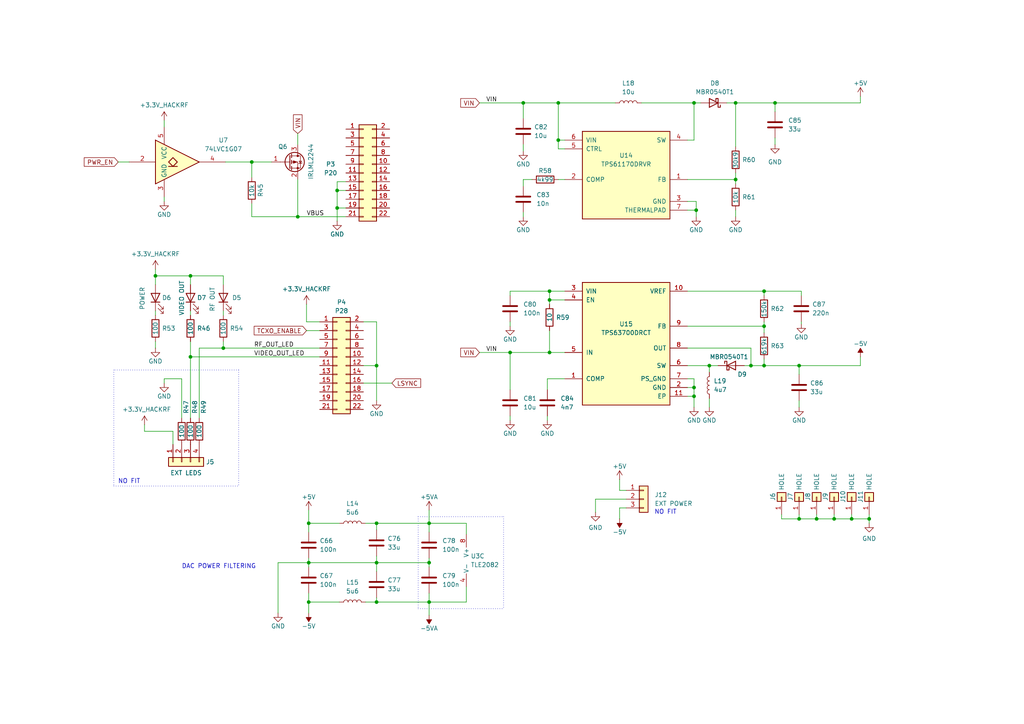
<source format=kicad_sch>
(kicad_sch (version 20231120) (generator "eeschema") (generator_version "8.0")
  (paper "A4")
  (title_block (title "${TITLE}") (date "${DATE}") (rev "${VERSION}") (company "${COPYRIGHT}") (comment 1 "${LICENSE}") (comment 2 "POWER SUPPLY"))
  (lib_symbols
    (symbol "+3.3v_hackrf:+3.3V_HACKRF" (power) (pin_names (offset 0))
      (property "Value" "+3.3V_HACKRF" (at 0 5.08 0))
      (symbol "+3.3V_HACKRF_0_1"
        (polyline (pts (xy -0.762 1.27) (xy 0 2.54)))
        (polyline (pts (xy 0 0) (xy 0 2.54)))
        (polyline (pts (xy 0 2.54) (xy 0.762 1.27)))
      )
      (symbol "+3.3V_HACKRF_1_0"
        (pin power_in line (at 0 0 90) (length 0) hide (name "+3.3V_HACKRF") (number "1"))
      )
    )
    (symbol "+5V_1" (power) (pin_numbers hide) (pin_names (offset 0) hide)
      (property "Value" "+5V" (at 0 3.556 0))
      (symbol "+5V_1_0_1"
        (polyline (pts (xy -0.762 1.27) (xy 0 2.54)))
        (polyline (pts (xy 0 0) (xy 0 2.54)))
        (polyline (pts (xy 0 2.54) (xy 0.762 1.27)))
      )
      (symbol "+5V_1_1_1"
        (pin power_in line (at 0 0 90) (length 0) (name "~") (number "1"))
      )
    )
    (symbol "-5V_1" (power) (pin_numbers hide) (pin_names (offset 0) hide)
      (property "Value" "-5V" (at 0 3.556 0))
      (symbol "-5V_1_0_0"
        (pin power_in line (at 0 0 90) (length 0) (name "~") (number "1"))
      )
      (symbol "-5V_1_0_1"
        (polyline (pts (xy 0 0) (xy 0 1.27) (xy 0.762 1.27) (xy 0 2.54) (xy -0.762 1.27) (xy 0 1.27)) (fill (type outline)))
      )
    )
    (symbol "74xGxx:74LVC1G07"
      (property "Reference" "U7" (at 12.065 6.3186 0))
      (property "Value" "74LVC1G07" (at 12.065 3.7786 0))
      (symbol "74LVC1G07_0_1"
        (polyline (pts (xy -3.81 -1.27) (xy -1.27 -1.27)) (stroke (width 0.254)) (fill (type background)))
        (polyline (pts (xy -7.62 6.35) (xy -7.62 -6.35) (xy 5.08 0) (xy -7.62 6.35)) (stroke (width 0.254)) (fill (type background)))
        (polyline (pts (xy -2.54 1.27) (xy -3.81 0) (xy -2.54 -1.27) (xy -1.27 0) (xy -2.54 1.27)) (stroke (width 0.254)) (fill (type background)))
      )
      (symbol "74LVC1G07_1_1"
        (pin input line (at -15.24 0 0) (length 7.62) (name "~") (number "2"))
        (pin power_in line (at -5.08 -10.16 90) (length 5.08) (name "GND") (number "3"))
        (pin open_collector line (at 12.7 0 180) (length 7.62) (name "~") (number "4"))
        (pin power_in line (at -5.08 10.16 270) (length 5.08) (name "VCC") (number "5"))
      )
    )
    (symbol "Amplifier_Operational:AD8620" (pin_names (offset 0.127))
      (property "Reference" "U" (at 0 5.08 0))
      (property "Value" "AD8620" (at 0 -5.08 0))
      (symbol "AD8620_1_1"
        (polyline (pts (xy -5.08 5.08) (xy 5.08 0) (xy -5.08 -5.08) (xy -5.08 5.08)) (stroke (width 0.254)) (fill (type background)))
        (pin output line (at 7.62 0 180) (length 2.54) (name "~") (number "1"))
        (pin input line (at -7.62 -2.54 0) (length 2.54) (name "-") (number "2"))
        (pin input line (at -7.62 2.54 0) (length 2.54) (name "+") (number "3"))
      )
      (symbol "AD8620_2_1"
        (polyline (pts (xy -5.08 5.08) (xy 5.08 0) (xy -5.08 -5.08) (xy -5.08 5.08)) (stroke (width 0.254)) (fill (type background)))
        (pin input line (at -7.62 2.54 0) (length 2.54) (name "+") (number "5"))
        (pin input line (at -7.62 -2.54 0) (length 2.54) (name "-") (number "6"))
        (pin output line (at 7.62 0 180) (length 2.54) (name "~") (number "7"))
      )
      (symbol "AD8620_3_1"
        (pin power_in line (at -2.54 -7.62 90) (length 3.81) (name "V-") (number "4"))
        (pin power_in line (at -2.54 7.62 270) (length 3.81) (name "V+") (number "8"))
      )
    )
    (symbol "Connector_Generic:Conn_01x01" (pin_names (offset 1.016) hide)
      (property "Reference" "J" (at 0 2.54 0))
      (property "Value" "Conn_01x01" (at 0 -2.54 0))
      (symbol "Conn_01x01_1_1"
        (rectangle (start -1.27 0.127) (end 0 -0.127) (stroke (width 0.1524)))
        (rectangle (start -1.27 1.27) (end 1.27 -1.27) (stroke (width 0.254)) (fill (type background)))
        (pin passive line (at -5.08 0 0) (length 3.81) (name "Pin_1") (number "1"))
      )
    )
    (symbol "Connector_Generic:Conn_01x03" (pin_names (offset 1.016) hide)
      (property "Reference" "J" (at 0 5.08 0))
      (property "Value" "Conn_01x03" (at 0 -5.08 0))
      (symbol "Conn_01x03_1_1"
        (rectangle (start -1.27 -2.413) (end 0 -2.667) (stroke (width 0.1524)))
        (rectangle (start -1.27 0.127) (end 0 -0.127) (stroke (width 0.1524)))
        (rectangle (start -1.27 2.667) (end 0 2.413) (stroke (width 0.1524)))
        (rectangle (start -1.27 3.81) (end 1.27 -3.81) (stroke (width 0.254)) (fill (type background)))
        (pin passive line (at -5.08 2.54 0) (length 3.81) (name "Pin_1") (number "1"))
        (pin passive line (at -5.08 0 0) (length 3.81) (name "Pin_2") (number "2"))
        (pin passive line (at -5.08 -2.54 0) (length 3.81) (name "Pin_3") (number "3"))
      )
    )
    (symbol "Connector_Generic:Conn_01x04" (pin_names (offset 1.016) hide)
      (property "Reference" "J" (at 0 5.08 0))
      (property "Value" "Conn_01x04" (at 0 -7.62 0))
      (symbol "Conn_01x04_1_1"
        (rectangle (start -1.27 -4.953) (end 0 -5.207) (stroke (width 0.1524)))
        (rectangle (start -1.27 -2.413) (end 0 -2.667) (stroke (width 0.1524)))
        (rectangle (start -1.27 0.127) (end 0 -0.127) (stroke (width 0.1524)))
        (rectangle (start -1.27 2.667) (end 0 2.413) (stroke (width 0.1524)))
        (rectangle (start -1.27 3.81) (end 1.27 -6.35) (stroke (width 0.254)) (fill (type background)))
        (pin passive line (at -5.08 2.54 0) (length 3.81) (name "Pin_1") (number "1"))
        (pin passive line (at -5.08 0 0) (length 3.81) (name "Pin_2") (number "2"))
        (pin passive line (at -5.08 -2.54 0) (length 3.81) (name "Pin_3") (number "3"))
        (pin passive line (at -5.08 -5.08 0) (length 3.81) (name "Pin_4") (number "4"))
      )
    )
    (symbol "Connector_Generic:Conn_02x11_Odd_Even" (pin_names (offset 1.016) hide)
      (property "Reference" "J" (at 1.27 15.24 0))
      (property "Value" "Conn_02x11_Odd_Even" (at 1.27 -15.24 0))
      (symbol "Conn_02x11_Odd_Even_1_1"
        (rectangle (start -1.27 -12.573) (end 0 -12.827) (stroke (width 0.1524)))
        (rectangle (start -1.27 -10.033) (end 0 -10.287) (stroke (width 0.1524)))
        (rectangle (start -1.27 -7.493) (end 0 -7.747) (stroke (width 0.1524)))
        (rectangle (start -1.27 -4.953) (end 0 -5.207) (stroke (width 0.1524)))
        (rectangle (start -1.27 -2.413) (end 0 -2.667) (stroke (width 0.1524)))
        (rectangle (start -1.27 0.127) (end 0 -0.127) (stroke (width 0.1524)))
        (rectangle (start -1.27 2.667) (end 0 2.413) (stroke (width 0.1524)))
        (rectangle (start -1.27 5.207) (end 0 4.953) (stroke (width 0.1524)))
        (rectangle (start -1.27 7.747) (end 0 7.493) (stroke (width 0.1524)))
        (rectangle (start -1.27 10.287) (end 0 10.033) (stroke (width 0.1524)))
        (rectangle (start -1.27 12.827) (end 0 12.573) (stroke (width 0.1524)))
        (rectangle (start -1.27 13.97) (end 3.81 -13.97) (stroke (width 0.254)) (fill (type background)))
        (rectangle (start 3.81 -12.573) (end 2.54 -12.827) (stroke (width 0.1524)))
        (rectangle (start 3.81 -10.033) (end 2.54 -10.287) (stroke (width 0.1524)))
        (rectangle (start 3.81 -7.493) (end 2.54 -7.747) (stroke (width 0.1524)))
        (rectangle (start 3.81 -4.953) (end 2.54 -5.207) (stroke (width 0.1524)))
        (rectangle (start 3.81 -2.413) (end 2.54 -2.667) (stroke (width 0.1524)))
        (rectangle (start 3.81 0.127) (end 2.54 -0.127) (stroke (width 0.1524)))
        (rectangle (start 3.81 2.667) (end 2.54 2.413) (stroke (width 0.1524)))
        (rectangle (start 3.81 5.207) (end 2.54 4.953) (stroke (width 0.1524)))
        (rectangle (start 3.81 7.747) (end 2.54 7.493) (stroke (width 0.1524)))
        (rectangle (start 3.81 10.287) (end 2.54 10.033) (stroke (width 0.1524)))
        (rectangle (start 3.81 12.827) (end 2.54 12.573) (stroke (width 0.1524)))
        (pin passive line (at -5.08 12.7 0) (length 3.81) (name "Pin_1") (number "1"))
        (pin passive line (at 7.62 2.54 180) (length 3.81) (name "Pin_10") (number "10"))
        (pin passive line (at -5.08 0 0) (length 3.81) (name "Pin_11") (number "11"))
        (pin passive line (at 7.62 0 180) (length 3.81) (name "Pin_12") (number "12"))
        (pin passive line (at -5.08 -2.54 0) (length 3.81) (name "Pin_13") (number "13"))
        (pin passive line (at 7.62 -2.54 180) (length 3.81) (name "Pin_14") (number "14"))
        (pin passive line (at -5.08 -5.08 0) (length 3.81) (name "Pin_15") (number "15"))
        (pin passive line (at 7.62 -5.08 180) (length 3.81) (name "Pin_16") (number "16"))
        (pin passive line (at -5.08 -7.62 0) (length 3.81) (name "Pin_17") (number "17"))
        (pin passive line (at 7.62 -7.62 180) (length 3.81) (name "Pin_18") (number "18"))
        (pin passive line (at -5.08 -10.16 0) (length 3.81) (name "Pin_19") (number "19"))
        (pin passive line (at 7.62 12.7 180) (length 3.81) (name "Pin_2") (number "2"))
        (pin passive line (at 7.62 -10.16 180) (length 3.81) (name "Pin_20") (number "20"))
        (pin passive line (at -5.08 -12.7 0) (length 3.81) (name "Pin_21") (number "21"))
        (pin passive line (at 7.62 -12.7 180) (length 3.81) (name "Pin_22") (number "22"))
        (pin passive line (at -5.08 10.16 0) (length 3.81) (name "Pin_3") (number "3"))
        (pin passive line (at 7.62 10.16 180) (length 3.81) (name "Pin_4") (number "4"))
        (pin passive line (at -5.08 7.62 0) (length 3.81) (name "Pin_5") (number "5"))
        (pin passive line (at 7.62 7.62 180) (length 3.81) (name "Pin_6") (number "6"))
        (pin passive line (at -5.08 5.08 0) (length 3.81) (name "Pin_7") (number "7"))
        (pin passive line (at 7.62 5.08 180) (length 3.81) (name "Pin_8") (number "8"))
        (pin passive line (at -5.08 2.54 0) (length 3.81) (name "Pin_9") (number "9"))
      )
    )
    (symbol "Device:C" (pin_numbers hide) (pin_names (offset 0.254))
      (property "Reference" "C" (at 0.635 2.54 0))
      (property "Value" "C" (at 0.635 -2.54 0))
      (symbol "C_0_1"
        (polyline (pts (xy -2.032 -0.762) (xy 2.032 -0.762)) (stroke (width 0.508)))
        (polyline (pts (xy -2.032 0.762) (xy 2.032 0.762)) (stroke (width 0.508)))
      )
      (symbol "C_1_1"
        (pin passive line (at 0 3.81 270) (length 2.794) (name "~") (number "1"))
        (pin passive line (at 0 -3.81 90) (length 2.794) (name "~") (number "2"))
      )
    )
    (symbol "Device:D_Schottky" (pin_numbers hide) (pin_names (offset 1.016) hide)
      (property "Reference" "D" (at 0 2.54 0))
      (property "Value" "D_Schottky" (at 0 -2.54 0))
      (symbol "D_Schottky_0_1"
        (polyline (pts (xy 1.27 0) (xy -1.27 0)))
        (polyline (pts (xy 1.27 1.27) (xy 1.27 -1.27) (xy -1.27 0) (xy 1.27 1.27)) (stroke (width 0.254)))
        (polyline (pts (xy -1.905 0.635) (xy -1.905 1.27) (xy -1.27 1.27) (xy -1.27 -1.27) (xy -0.635 -1.27) (xy -0.635 -0.635)) (stroke (width 0.254)))
      )
      (symbol "D_Schottky_1_1"
        (pin passive line (at -3.81 0 0) (length 2.54) (name "K") (number "1"))
        (pin passive line (at 3.81 0 180) (length 2.54) (name "A") (number "2"))
      )
    )
    (symbol "Device:L" (pin_numbers hide) (pin_names (offset 1.016) hide)
      (property "Reference" "L" (at -1.27 0 90))
      (property "Value" "L" (at 1.905 0 90))
      (symbol "L_0_1"
        (arc (start 0 -2.54) (mid 0.6323 -1.905) (end 0 -1.27))
        (arc (start 0 -1.27) (mid 0.6323 -0.635) (end 0 0))
        (arc (start 0 0) (mid 0.6323 0.635) (end 0 1.27))
        (arc (start 0 1.27) (mid 0.6323 1.905) (end 0 2.54))
      )
      (symbol "L_1_1"
        (pin passive line (at 0 3.81 270) (length 1.27) (name "1") (number "1"))
        (pin passive line (at 0 -3.81 90) (length 1.27) (name "2") (number "2"))
      )
    )
    (symbol "Device:LED" (pin_numbers hide) (pin_names (offset 1.016) hide)
      (property "Reference" "D" (at 0 2.54 0))
      (property "Value" "LED" (at 0 -2.54 0))
      (symbol "LED_0_1"
        (polyline (pts (xy -1.27 -1.27) (xy -1.27 1.27)) (stroke (width 0.254)))
        (polyline (pts (xy -1.27 0) (xy 1.27 0)))
        (polyline (pts (xy 1.27 -1.27) (xy 1.27 1.27) (xy -1.27 0) (xy 1.27 -1.27)) (stroke (width 0.254)))
        (polyline (pts (xy -3.048 -0.762) (xy -4.572 -2.286) (xy -3.81 -2.286) (xy -4.572 -2.286) (xy -4.572 -1.524)))
        (polyline (pts (xy -1.778 -0.762) (xy -3.302 -2.286) (xy -2.54 -2.286) (xy -3.302 -2.286) (xy -3.302 -1.524)))
      )
      (symbol "LED_1_1"
        (pin passive line (at -3.81 0 0) (length 2.54) (name "K") (number "1"))
        (pin passive line (at 3.81 0 180) (length 2.54) (name "A") (number "2"))
      )
    )
    (symbol "Device:R" (pin_numbers hide) (pin_names (offset 0))
      (property "Reference" "R" (at 2.032 0 90))
      (property "Value" "R" (at 0 0 90))
      (symbol "R_0_1"
        (rectangle (start -1.016 -2.54) (end 1.016 2.54) (stroke (width 0.254)))
      )
      (symbol "R_1_1"
        (pin passive line (at 0 3.81 270) (length 1.27) (name "~") (number "1"))
        (pin passive line (at 0 -3.81 90) (length 1.27) (name "~") (number "2"))
      )
    )
    (symbol "GND_1" (power) (pin_numbers hide) (pin_names (offset 0) hide)
      (property "Value" "GND" (at 0 -3.81 0))
      (symbol "GND_1_0_1"
        (polyline (pts (xy 0 0) (xy 0 -1.27) (xy 1.27 -1.27) (xy 0 -2.54) (xy -1.27 -1.27) (xy 0 -1.27)))
      )
      (symbol "GND_1_1_1"
        (pin power_in line (at 0 0 270) (length 0) (name "~") (number "1"))
      )
    )
    (symbol "GND_2" (power) (pin_numbers hide) (pin_names (offset 0) hide)
      (property "Value" "GND" (at 0 -3.81 0))
      (symbol "GND_2_0_1"
        (polyline (pts (xy 0 0) (xy 0 -1.27) (xy 1.27 -1.27) (xy 0 -2.54) (xy -1.27 -1.27) (xy 0 -1.27)))
      )
      (symbol "GND_2_1_1"
        (pin power_in line (at 0 0 270) (length 0) (name "~") (number "1"))
      )
    )
    (symbol "GND_3" (power) (pin_numbers hide) (pin_names (offset 0) hide)
      (property "Value" "GND" (at 0 -3.81 0))
      (symbol "GND_3_0_1"
        (polyline (pts (xy 0 0) (xy 0 -1.27) (xy 1.27 -1.27) (xy 0 -2.54) (xy -1.27 -1.27) (xy 0 -1.27)))
      )
      (symbol "GND_3_1_1"
        (pin power_in line (at 0 0 270) (length 0) (name "~") (number "1"))
      )
    )
    (symbol "GND_7" (power) (pin_numbers hide) (pin_names (offset 0) hide)
      (property "Value" "GND" (at 0 -3.81 0))
      (symbol "GND_7_0_1"
        (polyline (pts (xy 0 0) (xy 0 -1.27) (xy 1.27 -1.27) (xy 0 -2.54) (xy -1.27 -1.27) (xy 0 -1.27)))
      )
      (symbol "GND_7_1_1"
        (pin power_in line (at 0 0 270) (length 0) (name "~") (number "1"))
      )
    )
    (symbol "TPS61170:TPS61170DRVR" (pin_names (offset 1.016))
      (property "Reference" "U2" (at 0 5.715 0))
      (property "Value" "TPS61170DRVR" (at 0 3.175 0))
      (symbol "TPS61170DRVR_1_0"
        (rectangle (start -12.7 12.7) (end 12.7 -12.7) (stroke (width 0.254)) (fill (type background)))
        (pin input line (at 17.78 -1.27 180) (length 5.08) (name "FB") (number "1"))
        (pin output line (at -17.78 -1.27 0) (length 5.08) (name "COMP") (number "2"))
        (pin power_in line (at 17.78 -7.62 180) (length 5.08) (name "GND") (number "3"))
        (pin input line (at 17.78 10.16 180) (length 5.08) (name "SW") (number "4"))
        (pin input line (at -17.78 7.62 0) (length 5.08) (name "CTRL") (number "5"))
        (pin input line (at -17.78 10.16 0) (length 5.08) (name "VIN") (number "6"))
        (pin bidirectional line (at 17.78 -10.16 180) (length 5.08) (name "THERMALPAD") (number "7"))
      )
    )
    (symbol "TPS63700:TPS63700DRCT" (pin_names (offset 1.016))
      (property "Reference" "U" (at -12.7 18.78 0))
      (property "Value" "TPS63700DRCT" (at -12.7 -21.78 0))
      (symbol "TPS63700DRCT_1_0"
        (rectangle (start -12.7 17.78) (end 12.7 -17.78) (stroke (width 0.254)) (fill (type background)))
        (pin bidirectional line (at -17.78 -10.16 0) (length 5.08) (name "COMP") (number "1"))
        (pin output line (at 17.78 15.24 180) (length 5.08) (name "VREF") (number "10"))
        (pin bidirectional line (at 17.78 -15.24 180) (length 5.08) (name "EP") (number "11"))
        (pin power_in line (at 17.78 -12.7 180) (length 5.08) (name "GND") (number "2"))
        (pin input line (at -17.78 15.24 0) (length 5.08) (name "VIN") (number "3"))
        (pin input line (at -17.78 12.7 0) (length 5.08) (name "EN") (number "4"))
        (pin input line (at -17.78 -2.54 0) (length 5.08) (name "IN") (number "5"))
        (pin output line (at 17.78 -6.35 180) (length 5.08) (name "SW") (number "6"))
        (pin power_in line (at 17.78 -10.16 180) (length 5.08) (name "PS_GND") (number "7"))
        (pin input line (at 17.78 -1.27 180) (length 5.08) (name "OUT") (number "8"))
        (pin input line (at 17.78 5.08 180) (length 5.08) (name "FB") (number "9"))
      )
    )
    (symbol "Transistor_FET:IRLML5203" (pin_names hide)
      (property "Reference" "Q" (at 5.08 1.905 0))
      (property "Value" "IRLML5203" (at 5.08 0 0))
      (symbol "IRLML5203_0_1"
        (polyline (pts (xy 0.254 0) (xy -2.54 0)))
        (polyline (pts (xy 0.254 1.905) (xy 0.254 -1.905)) (stroke (width 0.254)))
        (polyline (pts (xy 0.762 -1.27) (xy 0.762 -2.286)) (stroke (width 0.254)))
        (polyline (pts (xy 0.762 0.508) (xy 0.762 -0.508)) (stroke (width 0.254)))
        (polyline (pts (xy 0.762 2.286) (xy 0.762 1.27)) (stroke (width 0.254)))
        (polyline (pts (xy 2.54 2.54) (xy 2.54 1.778)))
        (polyline (pts (xy 2.54 -2.54) (xy 2.54 0) (xy 0.762 0)))
        (polyline (pts (xy 0.762 1.778) (xy 3.302 1.778) (xy 3.302 -1.778) (xy 0.762 -1.778)))
        (polyline (pts (xy 2.286 0) (xy 1.27 0.381) (xy 1.27 -0.381) (xy 2.286 0)) (fill (type outline)))
        (polyline (pts (xy 2.794 -0.508) (xy 2.921 -0.381) (xy 3.683 -0.381) (xy 3.81 -0.254)))
        (polyline (pts (xy 3.302 -0.381) (xy 2.921 0.254) (xy 3.683 0.254) (xy 3.302 -0.381)))
        (circle (center 1.651 0) (radius 2.794) (stroke (width 0.254)))
        (circle (center 2.54 -1.778) (radius 0.254) (fill (type outline)))
        (circle (center 2.54 1.778) (radius 0.254) (fill (type outline)))
      )
      (symbol "IRLML5203_1_1"
        (pin input line (at -5.08 0 0) (length 2.54) (name "G") (number "1"))
        (pin passive line (at 2.54 -5.08 90) (length 2.54) (name "S") (number "2"))
        (pin passive line (at 2.54 5.08 270) (length 2.54) (name "D") (number "3"))
      )
    )
    (symbol "power:+5V" (power) (pin_names (offset 0))
      (property "Value" "+5V" (at 0 3.556 0))
      (symbol "+5V_0_1"
        (polyline (pts (xy -0.762 1.27) (xy 0 2.54)))
        (polyline (pts (xy 0 0) (xy 0 2.54)))
        (polyline (pts (xy 0 2.54) (xy 0.762 1.27)))
      )
      (symbol "+5V_1_1"
        (pin power_in line (at 0 0 90) (length 0) hide (name "+5V") (number "1"))
      )
    )
    (symbol "power:+5VA" (power) (pin_names (offset 0))
      (property "Value" "+5VA" (at 0 3.556 0))
      (symbol "+5VA_0_1"
        (polyline (pts (xy -0.762 1.27) (xy 0 2.54)))
        (polyline (pts (xy 0 0) (xy 0 2.54)))
        (polyline (pts (xy 0 2.54) (xy 0.762 1.27)))
      )
      (symbol "+5VA_1_1"
        (pin power_in line (at 0 0 90) (length 0) hide (name "+5VA") (number "1"))
      )
    )
    (symbol "power:-5V" (power) (pin_names (offset 0))
      (property "Value" "-5V" (at 0 3.81 0))
      (symbol "-5V_0_0"
        (pin power_in line (at 0 0 90) (length 0) hide (name "-5V") (number "1"))
      )
      (symbol "-5V_0_1"
        (polyline (pts (xy 0 0) (xy 0 1.27) (xy 0.762 1.27) (xy 0 2.54) (xy -0.762 1.27) (xy 0 1.27)) (fill (type outline)))
      )
    )
    (symbol "power:-5VA" (power) (pin_names (offset 0))
      (property "Value" "-5VA" (at 0 3.81 0))
      (symbol "-5VA_0_0"
        (pin power_in line (at 0 0 90) (length 0) hide (name "-5VA") (number "1"))
      )
      (symbol "-5VA_0_1"
        (polyline (pts (xy 0 0) (xy 0 1.27) (xy 0.762 1.27) (xy 0 2.54) (xy -0.762 1.27) (xy 0 1.27)) (fill (type outline)))
      )
    )
    (symbol "power:GND" (power) (pin_names (offset 0))
      (property "Value" "GND" (at 0 -3.81 0))
      (symbol "GND_0_1"
        (polyline (pts (xy 0 0) (xy 0 -1.27) (xy 1.27 -1.27) (xy 0 -2.54) (xy -1.27 -1.27) (xy 0 -1.27)))
      )
      (symbol "GND_1_1"
        (pin power_in line (at 0 0 270) (length 0) hide (name "GND") (number "1"))
      )
    )
  )
  (junction (at 205.74 106.045))
  (junction (at 241.935 150.495))
  (junction (at 221.615 106.045))
  (junction (at 217.805 106.045))
  (junction (at 252.095 150.495))
  (junction (at 151.765 29.845))
  (junction (at 236.855 150.495))
  (junction (at 109.22 106.045))
  (junction (at 109.22 151.765))
  (junction (at 124.46 151.765))
  (junction (at 201.295 29.845))
  (junction (at 97.79 60.325))
  (junction (at 147.955 102.235))
  (junction (at 124.46 163.195))
  (junction (at 124.46 174.625))
  (junction (at 159.385 86.995))
  (junction (at 159.385 102.235))
  (junction (at 55.245 80.01))
  (junction (at 201.93 60.96))
  (junction (at 213.36 52.07))
  (junction (at 55.245 103.505))
  (junction (at 161.925 29.845))
  (junction (at 201.295 112.395))
  (junction (at 73.025 46.99))
  (junction (at 201.295 114.935))
  (junction (at 45.085 80.01))
  (junction (at 247.015 150.495))
  (junction (at 109.22 174.625))
  (junction (at 64.77 100.965))
  (junction (at 89.535 163.195))
  (junction (at 159.385 84.455))
  (junction (at 231.775 150.495))
  (junction (at 221.615 94.615))
  (junction (at 224.79 29.845))
  (junction (at 109.22 163.195))
  (junction (at 221.615 84.455))
  (junction (at 213.36 29.845))
  (junction (at 86.36 62.865))
  (junction (at 231.775 106.045))
  (junction (at 161.925 40.64))
  (junction (at 89.535 174.625))
  (junction (at 97.79 55.245))
  (junction (at 89.535 151.765))
  (wire (pts (xy 89.535 163.195) (xy 89.535 164.465)))
  (wire (pts (xy 124.46 163.195) (xy 124.46 164.465)))
  (wire (pts (xy 147.955 93.345) (xy 147.955 94.615)))
  (wire (pts (xy 199.39 84.455) (xy 221.615 84.455)))
  (wire (pts (xy 151.765 61.595) (xy 151.765 62.865)))
  (wire (pts (xy 249.555 27.94) (xy 249.555 29.845)))
  (wire (pts (xy 106.045 151.765) (xy 109.22 151.765)))
  (wire (pts (xy 252.095 150.495) (xy 252.095 151.765)))
  (wire (pts (xy 50.165 125.095) (xy 50.165 128.905)))
  (wire (pts (xy 47.625 34.925) (xy 47.625 36.83)))
  (wire (pts (xy 159.385 86.995) (xy 163.83 86.995)))
  (wire (pts (xy 65.405 46.99) (xy 73.025 46.99)))
  (wire (pts (xy 64.77 90.17) (xy 64.77 91.44)))
  (wire (pts (xy 105.41 93.345) (xy 109.22 93.345)))
  (wire (pts (xy 88.9 88.265) (xy 88.9 93.345)))
  (wire (pts (xy 217.805 106.045) (xy 221.615 106.045)))
  (wire (pts (xy 154.305 52.07) (xy 151.765 52.07)))
  (wire (pts (xy 213.36 29.845) (xy 213.36 42.545)))
  (wire (pts (xy 55.245 80.01) (xy 55.245 82.55)))
  (wire (pts (xy 109.22 161.29) (xy 109.22 163.195)))
  (wire (pts (xy 147.955 120.65) (xy 147.955 121.92)))
  (wire (pts (xy 159.385 88.265) (xy 159.385 86.995)))
  (wire (pts (xy 100.33 60.325) (xy 97.79 60.325)))
  (wire (pts (xy 247.015 150.495) (xy 252.095 150.495)))
  (wire (pts (xy 89.535 177.8) (xy 89.535 174.625)))
  (wire (pts (xy 73.025 62.865) (xy 86.36 62.865)))
  (wire (pts (xy 105.41 111.125) (xy 113.665 111.125)))
  (wire (pts (xy 179.705 139.065) (xy 179.705 142.24)))
  (wire (pts (xy 124.46 174.625) (xy 135.255 174.625)))
  (wire (pts (xy 159.385 102.235) (xy 147.955 102.235)))
  (wire (pts (xy 97.79 52.705) (xy 100.33 52.705)))
  (wire (pts (xy 159.385 84.455) (xy 163.83 84.455)))
  (wire (pts (xy 55.245 103.505) (xy 92.71 103.505)))
  (wire (pts (xy 47.625 57.15) (xy 47.625 58.42)))
  (wire (pts (xy 89.535 161.925) (xy 89.535 163.195)))
  (polyline (pts (xy 121.285 149.86) (xy 121.285 176.53)) (stroke (width 0) (type dot)))
  (wire (pts (xy 64.77 99.06) (xy 64.77 100.965)))
  (wire (pts (xy 52.705 109.855) (xy 47.625 109.855)))
  (wire (pts (xy 199.39 112.395) (xy 201.295 112.395)))
  (wire (pts (xy 86.36 62.865) (xy 100.33 62.865)))
  (wire (pts (xy 224.79 29.845) (xy 249.555 29.845)))
  (wire (pts (xy 172.72 144.78) (xy 172.72 148.59)))
  (wire (pts (xy 241.935 150.495) (xy 247.015 150.495)))
  (wire (pts (xy 64.77 100.965) (xy 57.785 100.965)))
  (wire (pts (xy 109.22 151.765) (xy 124.46 151.765)))
  (wire (pts (xy 226.695 150.495) (xy 226.695 149.225)))
  (wire (pts (xy 41.91 123.19) (xy 41.91 125.095)))
  (wire (pts (xy 224.79 29.845) (xy 224.79 32.385)))
  (wire (pts (xy 55.245 99.06) (xy 55.245 103.505)))
  (wire (pts (xy 109.22 151.765) (xy 109.22 153.67)))
  (wire (pts (xy 249.555 103.505) (xy 249.555 106.045)))
  (wire (pts (xy 135.255 174.625) (xy 135.255 170.18)))
  (wire (pts (xy 217.805 100.965) (xy 217.805 106.045)))
  (wire (pts (xy 64.77 80.01) (xy 64.77 82.55)))
  (wire (pts (xy 221.615 106.045) (xy 221.615 104.14)))
  (wire (pts (xy 41.91 125.095) (xy 50.165 125.095)))
  (wire (pts (xy 205.74 106.045) (xy 205.74 107.95)))
  (wire (pts (xy 124.46 151.765) (xy 135.255 151.765)))
  (wire (pts (xy 151.765 52.07) (xy 151.765 53.975)))
  (wire (pts (xy 55.245 90.17) (xy 55.245 91.44)))
  (wire (pts (xy 161.925 40.64) (xy 163.83 40.64)))
  (wire (pts (xy 158.75 120.65) (xy 158.75 121.92)))
  (wire (pts (xy 231.775 106.045) (xy 249.555 106.045)))
  (wire (pts (xy 181.61 147.32) (xy 179.705 147.32)))
  (wire (pts (xy 221.615 93.345) (xy 221.615 94.615)))
  (wire (pts (xy 236.855 150.495) (xy 241.935 150.495)))
  (wire (pts (xy 252.095 149.225) (xy 252.095 150.495)))
  (polyline (pts (xy 69.215 107.315) (xy 69.215 140.97)) (stroke (width 0) (type dot)))
  (polyline (pts (xy 121.285 149.86) (xy 146.05 149.86)) (stroke (width 0) (type dot)))
  (wire (pts (xy 97.79 55.245) (xy 97.79 52.705)))
  (wire (pts (xy 201.93 60.96) (xy 201.93 62.865)))
  (wire (pts (xy 109.22 173.355) (xy 109.22 174.625)))
  (wire (pts (xy 89.535 151.765) (xy 98.425 151.765)))
  (wire (pts (xy 213.36 50.165) (xy 213.36 52.07)))
  (wire (pts (xy 201.295 40.64) (xy 199.39 40.64)))
  (wire (pts (xy 64.77 100.965) (xy 92.71 100.965)))
  (wire (pts (xy 199.39 94.615) (xy 221.615 94.615)))
  (wire (pts (xy 179.705 147.32) (xy 179.705 150.495)))
  (wire (pts (xy 213.36 60.96) (xy 213.36 62.865)))
  (wire (pts (xy 231.775 116.205) (xy 231.775 118.11)))
  (wire (pts (xy 231.775 150.495) (xy 226.695 150.495)))
  (wire (pts (xy 161.925 43.18) (xy 161.925 40.64)))
  (wire (pts (xy 201.295 114.935) (xy 201.295 118.11)))
  (wire (pts (xy 163.83 102.235) (xy 159.385 102.235)))
  (wire (pts (xy 147.955 102.235) (xy 147.955 113.03)))
  (polyline (pts (xy 33.02 140.97) (xy 69.215 140.97)) (stroke (width 0) (type dot)))
  (polyline (pts (xy 146.05 149.86) (xy 146.05 176.53)) (stroke (width 0) (type dot)))
  (wire (pts (xy 158.75 109.855) (xy 158.75 113.03)))
  (wire (pts (xy 124.46 174.625) (xy 124.46 172.085)))
  (wire (pts (xy 186.055 29.845) (xy 201.295 29.845)))
  (polyline (pts (xy 69.215 107.315) (xy 33.02 107.315)) (stroke (width 0) (type dot)))
  (wire (pts (xy 86.36 52.07) (xy 86.36 62.865)))
  (wire (pts (xy 106.045 174.625) (xy 109.22 174.625)))
  (wire (pts (xy 151.765 29.845) (xy 151.765 34.29)))
  (wire (pts (xy 45.085 78.105) (xy 45.085 80.01)))
  (wire (pts (xy 163.83 43.18) (xy 161.925 43.18)))
  (wire (pts (xy 45.085 90.17) (xy 45.085 91.44)))
  (wire (pts (xy 163.83 109.855) (xy 158.75 109.855)))
  (wire (pts (xy 236.855 149.225) (xy 236.855 150.495)))
  (wire (pts (xy 199.39 52.07) (xy 213.36 52.07)))
  (wire (pts (xy 89.535 163.195) (xy 109.22 163.195)))
  (wire (pts (xy 109.22 106.045) (xy 109.22 116.205)))
  (wire (pts (xy 124.46 174.625) (xy 124.46 178.435)))
  (wire (pts (xy 147.955 84.455) (xy 147.955 85.725)))
  (wire (pts (xy 147.955 102.235) (xy 139.065 102.235)))
  (wire (pts (xy 139.065 29.845) (xy 151.765 29.845)))
  (wire (pts (xy 45.085 80.01) (xy 55.245 80.01)))
  (wire (pts (xy 181.61 142.24) (xy 179.705 142.24)))
  (wire (pts (xy 89.535 147.955) (xy 89.535 151.765)))
  (wire (pts (xy 109.22 174.625) (xy 124.46 174.625)))
  (wire (pts (xy 159.385 102.235) (xy 159.385 95.885)))
  (wire (pts (xy 97.79 55.245) (xy 97.79 60.325)))
  (wire (pts (xy 231.775 149.225) (xy 231.775 150.495)))
  (wire (pts (xy 236.855 150.495) (xy 231.775 150.495)))
  (wire (pts (xy 45.085 80.01) (xy 45.085 82.55)))
  (wire (pts (xy 201.295 29.845) (xy 203.2 29.845)))
  (wire (pts (xy 221.615 106.045) (xy 231.775 106.045)))
  (wire (pts (xy 89.535 174.625) (xy 98.425 174.625)))
  (wire (pts (xy 221.615 84.455) (xy 221.615 85.725)))
  (wire (pts (xy 124.46 161.925) (xy 124.46 163.195)))
  (wire (pts (xy 201.295 109.855) (xy 201.295 112.395)))
  (wire (pts (xy 199.39 60.96) (xy 201.93 60.96)))
  (wire (pts (xy 89.535 172.085) (xy 89.535 174.625)))
  (wire (pts (xy 57.785 100.965) (xy 57.785 121.285)))
  (wire (pts (xy 80.645 163.195) (xy 80.645 177.8)))
  (wire (pts (xy 201.295 114.935) (xy 199.39 114.935)))
  (wire (pts (xy 45.085 99.06) (xy 45.085 100.965)))
  (wire (pts (xy 52.705 109.855) (xy 52.705 121.285)))
  (wire (pts (xy 97.79 60.325) (xy 97.79 64.135)))
  (wire (pts (xy 205.74 115.57) (xy 205.74 118.11)))
  (wire (pts (xy 201.93 58.42) (xy 201.93 60.96)))
  (wire (pts (xy 135.255 151.765) (xy 135.255 154.94)))
  (wire (pts (xy 159.385 84.455) (xy 147.955 84.455)))
  (polyline (pts (xy 33.02 107.315) (xy 33.02 140.97)) (stroke (width 0) (type dot)))
  (wire (pts (xy 224.79 40.005) (xy 224.79 41.91)))
  (wire (pts (xy 55.245 80.01) (xy 64.77 80.01)))
  (wire (pts (xy 199.39 109.855) (xy 201.295 109.855)))
  (wire (pts (xy 210.82 29.845) (xy 213.36 29.845)))
  (wire (pts (xy 34.29 46.99) (xy 37.465 46.99)))
  (wire (pts (xy 241.935 149.225) (xy 241.935 150.495)))
  (wire (pts (xy 151.765 41.91) (xy 151.765 43.815)))
  (wire (pts (xy 221.615 94.615) (xy 221.615 96.52)))
  (wire (pts (xy 247.015 149.225) (xy 247.015 150.495)))
  (wire (pts (xy 161.925 29.845) (xy 151.765 29.845)))
  (polyline (pts (xy 121.285 176.53) (xy 146.05 176.53)) (stroke (width 0) (type dot)))
  (wire (pts (xy 205.74 106.045) (xy 208.28 106.045)))
  (wire (pts (xy 88.9 93.345) (xy 92.71 93.345)))
  (wire (pts (xy 73.025 59.055) (xy 73.025 62.865)))
  (wire (pts (xy 88.9 95.885) (xy 92.71 95.885)))
  (wire (pts (xy 221.615 84.455) (xy 232.41 84.455)))
  (wire (pts (xy 109.22 93.345) (xy 109.22 106.045)))
  (wire (pts (xy 86.36 38.735) (xy 86.36 41.91)))
  (wire (pts (xy 89.535 163.195) (xy 80.645 163.195)))
  (wire (pts (xy 109.22 163.195) (xy 124.46 163.195)))
  (wire (pts (xy 201.295 29.845) (xy 201.295 40.64)))
  (wire (pts (xy 105.41 106.045) (xy 109.22 106.045)))
  (wire (pts (xy 215.9 106.045) (xy 217.805 106.045)))
  (wire (pts (xy 159.385 86.995) (xy 159.385 84.455)))
  (wire (pts (xy 181.61 144.78) (xy 172.72 144.78)))
  (wire (pts (xy 161.925 52.07) (xy 163.83 52.07)))
  (wire (pts (xy 109.22 163.195) (xy 109.22 165.735)))
  (wire (pts (xy 213.36 52.07) (xy 213.36 53.34)))
  (wire (pts (xy 47.625 109.855) (xy 47.625 111.125)))
  (wire (pts (xy 201.295 112.395) (xy 201.295 114.935)))
  (wire (pts (xy 124.46 151.765) (xy 124.46 154.305)))
  (wire (pts (xy 213.36 29.845) (xy 224.79 29.845)))
  (wire (pts (xy 231.775 106.045) (xy 231.775 108.585)))
  (wire (pts (xy 199.39 100.965) (xy 217.805 100.965)))
  (wire (pts (xy 161.925 40.64) (xy 161.925 29.845)))
  (wire (pts (xy 124.46 147.955) (xy 124.46 151.765)))
  (wire (pts (xy 73.025 46.99) (xy 78.74 46.99)))
  (wire (pts (xy 89.535 154.305) (xy 89.535 151.765)))
  (wire (pts (xy 161.925 29.845) (xy 178.435 29.845)))
  (wire (pts (xy 100.33 55.245) (xy 97.79 55.245)))
  (wire (pts (xy 199.39 106.045) (xy 205.74 106.045)))
  (wire (pts (xy 73.025 46.99) (xy 73.025 51.435)))
  (wire (pts (xy 232.41 93.345) (xy 232.41 93.98)))
  (wire (pts (xy 199.39 58.42) (xy 201.93 58.42)))
  (wire (pts (xy 232.41 84.455) (xy 232.41 85.725)))
  (wire (pts (xy 55.245 103.505) (xy 55.245 121.285)))
  (text "NO FIT" (at 37.465 139.7 0) (effects (font (size 1.27 1.27))))
  (text "NO FIT" (at 193.04 148.59 0) (effects (font (size 1.27 1.27))))
  (text "DAC POWER FILTERING" (at 52.705 165.1 0) (effects (font (size 1.27 1.27)) (justify left bottom)))
  (label "VIN" (at 140.97 29.845 0))
  (label "VBUS" (at 88.9 62.865 0))
  (label "VIN" (at 140.97 102.235 0))
  (label "VIDEO_OUT_LED" (at 73.66 103.505 0))
  (label "RF_OUT_LED" (at 73.66 100.965 0))
  (global_label "VIN" (shape input) (at 139.065 102.235 180) (property "Intersheetrefs" "${INTERSHEET_REFS}" (effects (hide yes))))
  (global_label "PWR_EN" (shape input) (at 34.29 46.99 180) (property "Intersheetrefs" "${INTERSHEET_REFS}" (effects (hide yes))))
  (global_label "VIN" (shape input) (at 86.36 38.735 90) (property "Intersheetrefs" "${INTERSHEET_REFS}" (effects (hide yes))))
  (global_label "VIN" (shape input) (at 139.065 29.845 180) (property "Intersheetrefs" "${INTERSHEET_REFS}" (effects (hide yes))))
  (global_label "LSYNC" (shape input) (at 113.665 111.125 0) (property "Intersheetrefs" "${INTERSHEET_REFS}" (effects (hide yes))))
  (global_label "TCXO_ENABLE" (shape input) (at 88.9 95.885 180) (property "Intersheetrefs" "${INTERSHEET_REFS}" (effects (hide yes))))
  (symbol (lib_id "Device:R") (at 55.245 95.25 180) (unit 1)
    (property "Reference" "R46" (at 57.15 95.25 0) (effects (justify right)))
    (property "Value" "100" (at 55.245 97.155 90) (effects (justify right)))
    (property "Footprint" "Resistor_SMD:R_0603_1608Metric" (effects (hide yes)))
    (property "Description" "Resistor" (effects (hide yes)))
  )
  (symbol (lib_id "Device:D_Schottky") (at 207.01 29.845 180) (unit 1)
    (property "Reference" "D8" (at 207.3275 24.13 0))
    (property "Value" "MBR0540T1" (at 207.3275 26.67 0))
    (property "Footprint" "Diode_SMD:D_SOD-123" (effects (hide yes)))
  )
  (symbol (lib_id "power:GND") (at 201.93 62.865 0) (unit 1)
    (property "Reference" "#PWR0125" (effects (hide yes)))
    (property "Value" "GND" (at 201.93 66.675 0))
  )
  (symbol (lib_id "Device:R") (at 52.705 125.095 0) (unit 1)
    (property "Reference" "R47" (at 53.975 120.015 90) (effects (justify left)))
    (property "Value" "100" (at 52.705 127 90) (effects (justify left)))
    (property "Description" "Resistor" (effects (hide yes)))
  )
  (symbol (lib_id "power:GND") (at 80.645 177.8 0) (mirror y) (unit 1)
    (property "Reference" "#PWR099" (effects (hide yes)))
    (property "Value" "GND" (at 80.645 181.61 0))
  )
  (symbol (lib_id "Connector_Generic:Conn_01x01") (at 252.095 144.145 90) (unit 1)
    (property "Reference" "J11" (at 249.555 142.24 0) (effects (justify right)))
    (property "Value" "HOLE" (at 252.095 137.16 0) (effects (justify right)))
    (property "Footprint" "hackrf:GSG-HOLE126MIL-COPPER" (effects (hide yes)))
  )
  (symbol (lib_id "Device:LED") (at 55.245 86.36 90) (unit 1)
    (property "Reference" "D7" (at 57.15 86.36 90) (effects (justify right)))
    (property "Value" "VIDEO OUT" (at 52.705 81.28 0) (effects (justify right)))
    (property "Footprint" "LED_SMD:LED_0805_2012Metric" (effects (hide yes)))
    (property "Description" "Light emitting diode" (effects (hide yes)))
  )
  (symbol (lib_id "power:GND") (at 151.765 43.815 0) (unit 1)
    (property "Reference" "#PWR0118" (effects (hide yes)))
    (property "Value" "GND" (at 151.765 47.625 0))
  )
  (symbol (lib_id "Connector_Generic:Conn_01x01") (at 241.935 144.145 90) (unit 1)
    (property "Reference" "J9" (at 239.395 142.875 0) (effects (justify right)))
    (property "Value" "HOLE" (at 241.935 137.16 0) (effects (justify right)))
    (property "Footprint" "hackrf:GSG-HOLE126MIL-COPPER" (effects (hide yes)))
  )
  (symbol (lib_id "Transistor_FET:IRLML5203") (at 83.82 46.99 0) (unit 1)
    (property "Reference" "Q6" (at 80.645 42.545 0) (effects (justify left)))
    (property "Value" "IRLML2244" (at 90.17 52.07 90) (effects (justify left)))
    (property "Footprint" "Package_TO_SOT_SMD:SOT-23" (effects (hide yes)))
    (property "Datasheet" "https://www.infineon.com/dgdl/irlml5203pbf.pdf?fileId=5546d462533600a40153566868da261d" (effects (hide yes)))
  )
  (symbol (lib_id "Device:R") (at 73.025 55.245 0) (unit 1)
    (property "Reference" "R45" (at 75.565 57.15 90) (effects (justify left)))
    (property "Value" "10k" (at 73.025 57.15 90) (effects (justify left)))
    (property "Description" "Resistor" (effects (hide yes)))
  )
  (symbol (lib_id "Device:C") (at 147.955 89.535 0) (unit 1)
    (property "Reference" "C80" (at 151.765 88.265 0) (effects (justify left)))
    (property "Value" "100n" (at 151.765 90.805 0) (effects (justify left)))
    (property "Footprint" "Capacitor_SMD:C_0603_1608Metric" (effects (hide yes)))
  )
  (symbol (lib_id "Connector_Generic:Conn_01x03") (at 186.69 144.78 0) (unit 1)
    (property "Reference" "J12" (at 189.865 143.51 0) (effects (justify left)))
    (property "Value" "EXT POWER" (at 189.865 146.05 0) (effects (justify left)))
    (property "Footprint" "Connector_Molex:Molex_KK-254_AE-6410-03A_1x03_P2.54mm_Vertical" (effects (hide yes)))
  )
  (symbol (lib_id "Connector_Generic:Conn_01x01") (at 236.855 144.145 90) (unit 1)
    (property "Reference" "J8" (at 234.315 142.875 0) (effects (justify right)))
    (property "Value" "HOLE" (at 236.855 137.16 0) (effects (justify right)))
    (property "Footprint" "hackrf:GSG-HOLE126MIL-COPPER" (effects (hide yes)))
  )
  (symbol (lib_id "power:GND") (at 147.955 121.92 0) (unit 1)
    (property "Reference" "#PWR0117" (effects (hide yes)))
    (property "Value" "GND" (at 147.955 125.73 0))
  )
  (symbol (lib_id "Device:R") (at 45.085 95.25 0) (unit 1)
    (property "Reference" "R53" (at 46.99 95.25 0) (effects (justify left)))
    (property "Value" "100" (at 45.085 97.155 90) (effects (justify left)))
    (property "Footprint" "Resistor_SMD:R_0603_1608Metric" (effects (hide yes)))
    (property "Description" "Resistor" (effects (hide yes)))
  )
  (symbol (lib_id "power:GND") (at 147.955 94.615 0) (unit 1)
    (property "Reference" "#PWR0116" (effects (hide yes)))
    (property "Value" "GND" (at 147.955 98.425 0))
  )
  (symbol (lib_id "power:-5V") (at 89.535 177.8 180) (unit 1)
    (property "Reference" "#PWR0109" (effects (hide yes)))
    (property "Value" "-5V" (at 89.535 181.61 0))
  )
  (symbol (lib_id "power:+5VA") (at 124.46 147.955 0) (unit 1)
    (property "Reference" "#PWR0114" (effects (hide yes)))
    (property "Value" "+5VA" (at 124.46 144.145 0))
  )
  (symbol (lib_id "Device:C") (at 124.46 158.115 0) (unit 1)
    (property "Reference" "C78" (at 128.27 156.845 0) (effects (justify left)))
    (property "Value" "100n" (at 128.27 159.385 0) (effects (justify left)))
    (property "Footprint" "Capacitor_SMD:C_0603_1608Metric" (effects (hide yes)))
  )
  (symbol (lib_id "power:-5V") (at 249.555 103.505 0) (unit 1)
    (property "Reference" "#PWR067" (effects (hide yes)))
    (property "Value" "-5V" (at 249.555 99.695 0))
  )
  (symbol (lib_id "Device:C") (at 158.75 116.84 0) (unit 1)
    (property "Reference" "C84" (at 162.56 115.57 0) (effects (justify left)))
    (property "Value" "4n7" (at 162.56 118.11 0) (effects (justify left)))
    (property "Footprint" "Capacitor_SMD:C_0603_1608Metric" (effects (hide yes)))
  )
  (symbol (lib_id "Device:R") (at 221.615 100.33 0) (unit 1)
    (property "Reference" "R63" (at 223.52 100.33 0) (effects (justify left)))
    (property "Value" "619k" (at 221.615 102.87 90) (effects (justify left)))
    (property "Footprint" "Resistor_SMD:R_0603_1608Metric" (effects (hide yes)))
  )
  (symbol (lib_id "Connector_Generic:Conn_01x01") (at 231.775 144.145 90) (unit 1)
    (property "Reference" "J7" (at 229.235 142.875 0) (effects (justify right)))
    (property "Value" "HOLE" (at 231.775 137.16 0) (effects (justify right)))
    (property "Footprint" "hackrf:GSG-HOLE126MIL-COPPER" (effects (hide yes)))
  )
  (symbol (lib_id "Device:C") (at 151.765 38.1 0) (unit 1)
    (property "Reference" "C82" (at 154.94 36.8299 0) (effects (justify left)))
    (property "Value" "10u" (at 154.94 39.3699 0) (effects (justify left)))
    (property "Footprint" "Capacitor_SMD:C_1210_3225Metric" (effects (hide yes)))
  )
  (symbol (lib_id "Amplifier_Operational:AD8620") (at 137.795 162.56 0) (unit 3)
    (property "Reference" "U3" (at 136.525 161.29 0) (effects (justify left)))
    (property "Value" "TLE2082" (at 136.525 163.83 0) (effects (justify left)))
    (property "Footprint" "Package_SO:SOIC-8_3.9x4.9mm_P1.27mm" (effects (hide yes)))
    (property "Datasheet" "https://www.analog.com/media/en/technical-documentation/data-sheets/AD8610_8620.pdf" (effects (hide yes)))
  )
  (symbol (lib_name "+5V_1") (lib_id "power:+5V") (at 179.705 139.065 0) (unit 1)
    (property "Reference" "#PWR0101" (effects (hide yes)))
    (property "Value" "+5V" (at 179.705 135.255 0))
    (property "Description" "Power symbol creates a global label with name \"+5V\"" (effects (hide yes)))
  )
  (symbol (lib_id "Device:R") (at 159.385 92.075 0) (unit 1)
    (property "Reference" "R59" (at 161.29 92.075 0) (effects (justify left)))
    (property "Value" "10" (at 159.385 93.345 90) (effects (justify left)))
    (property "Footprint" "Resistor_SMD:R_0603_1608Metric" (effects (hide yes)))
  )
  (symbol (lib_id "Device:D_Schottky") (at 212.09 106.045 0) (unit 1)
    (property "Reference" "D9" (at 215.265 108.585 0))
    (property "Value" "MBR0540T1" (at 211.455 103.505 0))
    (property "Footprint" "Diode_SMD:D_SOD-123" (effects (hide yes)))
  )
  (symbol (lib_id "power:GND") (at 213.36 62.865 0) (unit 1)
    (property "Reference" "#PWR0127" (effects (hide yes)))
    (property "Value" "GND" (at 213.36 66.675 0))
  )
  (symbol (lib_id "Device:C") (at 124.46 168.275 0) (unit 1)
    (property "Reference" "C79" (at 128.27 167.005 0) (effects (justify left)))
    (property "Value" "100n" (at 128.27 169.545 0) (effects (justify left)))
    (property "Footprint" "Capacitor_SMD:C_0603_1608Metric" (effects (hide yes)))
  )
  (symbol (lib_id "Device:C") (at 89.535 168.275 0) (unit 1)
    (property "Reference" "C67" (at 92.71 167.005 0) (effects (justify left)))
    (property "Value" "100n" (at 92.71 169.545 0) (effects (justify left)))
    (property "Footprint" "Capacitor_SMD:C_0603_1608Metric" (effects (hide yes)))
  )
  (symbol (lib_id "power:-5VA") (at 124.46 178.435 180) (unit 1)
    (property "Reference" "#PWR0115" (effects (hide yes)))
    (property "Value" "-5VA" (at 124.46 182.245 0))
  )
  (symbol (lib_id "+3.3v_hackrf:+3.3V_HACKRF") (at 41.91 123.19 0) (unit 1)
    (property "Reference" "#PWR0103" (effects (hide yes)))
    (property "Value" "+3.3V_HACKRF" (at 42.545 118.745 0))
    (property "Description" "Power symbol creates a global label with name \"+3.3V_HACKRF\"" (effects (hide yes)))
  )
  (symbol (lib_id "Device:C") (at 151.765 57.785 0) (unit 1)
    (property "Reference" "C83" (at 155.575 56.515 0) (effects (justify left)))
    (property "Value" "10n" (at 155.575 59.055 0) (effects (justify left)))
    (property "Footprint" "Capacitor_SMD:C_0603_1608Metric" (effects (hide yes)))
  )
  (symbol (lib_id "Device:L") (at 102.235 151.765 90) (unit 1)
    (property "Reference" "L14" (at 102.235 146.05 90))
    (property "Value" "5u6" (at 102.235 148.59 90))
    (property "Footprint" "Inductor_SMD:L_1210_3225Metric" (effects (hide yes)))
  )
  (symbol (lib_id "Device:C") (at 89.535 158.115 0) (unit 1)
    (property "Reference" "C66" (at 92.71 156.845 0) (effects (justify left)))
    (property "Value" "100n" (at 92.71 159.385 0) (effects (justify left)))
    (property "Footprint" "Capacitor_SMD:C_0603_1608Metric" (effects (hide yes)))
  )
  (symbol (lib_name "GND_1") (lib_id "power:GND") (at 47.625 58.42 0) (unit 1)
    (property "Reference" "#PWR0100" (effects (hide yes)))
    (property "Value" "GND" (at 47.625 62.23 0))
    (property "Description" "Power symbol creates a global label with name \"GND\" , ground" (effects (hide yes)))
  )
  (symbol (lib_id "power:GND") (at 252.095 151.765 0) (unit 1)
    (property "Reference" "#PWR0134" (effects (hide yes)))
    (property "Value" "GND" (at 252.095 156.21 0))
  )
  (symbol (lib_id "TPS63700:TPS63700DRCT") (at 181.61 99.695 0) (unit 1)
    (property "Reference" "U15" (at 181.61 93.98 0))
    (property "Value" "TPS63700DRCT" (at 181.61 96.52 0))
    (property "Footprint" "TPS63700DRCT:VREG_V62_16624-01YE" (effects (hide yes)))
    (property "Description" "\nAdjustable, -15V Output Inverting DC/DC Converter in 3x3 QFN\n" (effects (hide yes)))
    (property "MF" "Texas Instruments" (effects (hide yes)))
    (property "Package" "VSON-10 Texas Instruments" (effects (hide yes)))
    (property "Price" "None" (effects (hide yes)))
    (property "SnapEDA_Link" "https://www.snapeda.com/parts/TPS63700DRCT/Texas+Instruments/view-part/?ref=snap" (effects (hide yes)))
    (property "MP" "TPS63700DRCT" (effects (hide yes)))
    (property "Purchase-URL" "https://www.snapeda.com/api/url_track_click_mouser/?unipart_id=301508&manufacturer=Texas Instruments&part_name=TPS63700DRCT&search_term=None" (effects (hide yes)))
    (property "Availability" "In Stock" (effects (hide yes)))
    (property "Check_prices" "https://www.snapeda.com/parts/TPS63700DRCT/Texas+Instruments/view-part/?ref=eda" (effects (hide yes)))
  )
  (symbol (lib_name "-5V_1") (lib_id "power:-5V") (at 179.705 150.495 180) (unit 1)
    (property "Reference" "#PWR0102" (effects (hide yes)))
    (property "Value" "-5V" (at 179.705 154.305 0))
    (property "Description" "Power symbol creates a global label with name \"-5V\"" (effects (hide yes)))
  )
  (symbol (lib_id "power:GND") (at 201.295 118.11 0) (unit 1)
    (property "Reference" "#PWR0124" (effects (hide yes)))
    (property "Value" "GND" (at 201.295 121.92 0))
  )
  (symbol (lib_id "power:GND") (at 231.775 118.11 0) (unit 1)
    (property "Reference" "#PWR0129" (effects (hide yes)))
    (property "Value" "GND" (at 231.775 121.92 0))
  )
  (symbol (lib_id "Device:C") (at 232.41 89.535 0) (unit 1)
    (property "Reference" "C87" (at 235.585 88.265 0) (effects (justify left)))
    (property "Value" "220n" (at 235.585 90.805 0) (effects (justify left)))
    (property "Footprint" "Capacitor_SMD:C_0603_1608Metric" (effects (hide yes)))
  )
  (symbol (lib_id "Device:R") (at 213.36 46.355 0) (unit 1)
    (property "Reference" "R60" (at 215.265 46.355 0) (effects (justify left)))
    (property "Value" "30k9" (at 213.36 48.895 90) (effects (justify left)))
    (property "Footprint" "Resistor_SMD:R_0603_1608Metric" (effects (hide yes)))
  )
  (symbol (lib_id "Connector_Generic:Conn_02x11_Odd_Even") (at 105.41 50.165 0) (unit 1)
    (property "Reference" "P3" (at 95.885 47.625 0))
    (property "Value" "P20" (at 95.885 50.165 0))
    (property "Footprint" "hackrf:GSG-HEADER-2x11" (effects (hide yes)))
  )
  (symbol (lib_id "74xGxx:74LVC1G07") (at 52.705 46.99 0) (unit 1)
    (property "Reference" "U7" (at 64.77 40.6714 0))
    (property "Value" "74LVC1G07" (at 64.77 43.2114 0))
    (property "Datasheet" "https://www.ti.com/lit/ds/symlink/sn74lvc1g07.pdf" (effects (hide yes)))
    (property "Description" "Single Buffer Gate, Open Drain, Low-Voltage CMOS" (effects (hide yes)))
  )
  (symbol (lib_id "power:+5V") (at 249.555 27.94 0) (unit 1)
    (property "Reference" "#PWR059" (effects (hide yes)))
    (property "Value" "+5V" (at 249.555 24.13 0))
  )
  (symbol (lib_id "Device:R") (at 55.245 125.095 0) (unit 1)
    (property "Reference" "R48" (at 56.515 120.015 90) (effects (justify left)))
    (property "Value" "100" (at 55.245 127 90) (effects (justify left)))
    (property "Description" "Resistor" (effects (hide yes)))
  )
  (symbol (lib_id "power:GND") (at 232.41 93.98 0) (unit 1)
    (property "Reference" "#PWR0130" (effects (hide yes)))
    (property "Value" "GND" (at 232.41 97.79 0))
  )
  (symbol (lib_id "power:GND") (at 151.765 62.865 0) (unit 1)
    (property "Reference" "#PWR0119" (effects (hide yes)))
    (property "Value" "GND" (at 151.765 66.675 0))
  )
  (symbol (lib_id "Device:R") (at 57.785 125.095 0) (unit 1)
    (property "Reference" "R49" (at 59.055 120.015 90) (effects (justify left)))
    (property "Value" "100" (at 57.785 127 90) (effects (justify left)))
    (property "Description" "Resistor" (effects (hide yes)))
  )
  (symbol (lib_id "Device:LED") (at 45.085 86.36 90) (unit 1)
    (property "Reference" "D6" (at 46.99 86.36 90) (effects (justify right)))
    (property "Value" "POWER" (at 41.275 83.185 0) (effects (justify right)))
    (property "Footprint" "LED_SMD:LED_0805_2012Metric" (effects (hide yes)))
    (property "Description" "Light emitting diode" (effects (hide yes)))
  )
  (symbol (lib_id "power:GND") (at 158.75 121.92 0) (unit 1)
    (property "Reference" "#PWR0120" (effects (hide yes)))
    (property "Value" "GND" (at 158.75 125.73 0))
  )
  (symbol (lib_name "GND_2") (lib_id "power:GND") (at 47.625 111.125 0) (unit 1)
    (property "Reference" "#PWR0105" (effects (hide yes)))
    (property "Value" "GND" (at 47.625 114.935 0))
    (property "Description" "Power symbol creates a global label with name \"GND\" , ground" (effects (hide yes)))
  )
  (symbol (lib_id "power:GND") (at 172.72 148.59 0) (unit 1)
    (property "Reference" "#PWR0131" (effects (hide yes)))
    (property "Value" "GND" (at 172.72 153.035 0))
  )
  (symbol (lib_id "TPS61170:TPS61170DRVR") (at 181.61 50.8 0) (unit 1)
    (property "Reference" "U14" (at 181.61 45.085 0))
    (property "Value" "TPS61170DRVR" (at 181.61 47.625 0))
    (property "Footprint" "TPS61170DRVR:SON65P200X200X80-7N" (effects (hide yes)))
    (property "Description" "1.2A Switch, 38V High Voltage Boost Converter in 2x2mm QFN Package" (effects (hide yes)))
    (property "MF" "Texas Instruments" (effects (hide yes)))
    (property "Package" "WSON-6 Texas Instruments" (effects (hide yes)))
    (property "Price" "None" (effects (hide yes)))
    (property "SnapEDA_Link" "https://www.snapeda.com/parts/TPS61170DRVR/Texas+Instruments/view-part/?ref=snap" (effects (hide yes)))
    (property "MP" "TPS61170DRVR" (effects (hide yes)))
    (property "Purchase-URL" "https://www.snapeda.com/api/url_track_click_mouser/?unipart_id=381616&manufacturer=Texas Instruments&part_name=TPS61170DRVR&search_term=None" (effects (hide yes)))
    (property "Availability" "In Stock" (effects (hide yes)))
    (property "Check_prices" "https://www.snapeda.com/parts/TPS61170DRVR/Texas+Instruments/view-part/?ref=eda" (effects (hide yes)))
  )
  (symbol (lib_id "Device:C") (at 109.22 169.545 0) (unit 1)
    (property "Reference" "C77" (at 112.395 168.275 0) (effects (justify left)))
    (property "Value" "33u" (at 112.395 170.815 0) (effects (justify left)))
    (property "Footprint" "Capacitor_SMD:C_1210_3225Metric" (effects (hide yes)))
  )
  (symbol (lib_id "Device:LED") (at 64.77 86.36 90) (unit 1)
    (property "Reference" "D5" (at 67.31 86.36 90) (effects (justify right)))
    (property "Value" "RF OUT" (at 61.595 83.185 0) (effects (justify right)))
    (property "Footprint" "LED_SMD:LED_0805_2012Metric" (effects (hide yes)))
    (property "Description" "Light emitting diode" (effects (hide yes)))
  )
  (symbol (lib_name "GND_7") (lib_id "power:GND") (at 97.79 64.135 0) (mirror y) (unit 1)
    (property "Reference" "#PWR073" (effects (hide yes)))
    (property "Value" "GND" (at 97.79 67.945 0))
    (property "Description" "Power symbol creates a global label with name \"GND\" , ground" (effects (hide yes)))
  )
  (symbol (lib_id "Device:R") (at 64.77 95.25 180) (unit 1)
    (property "Reference" "R54" (at 66.675 95.25 0) (effects (justify right)))
    (property "Value" "100" (at 64.77 97.155 90) (effects (justify right)))
    (property "Footprint" "Resistor_SMD:R_0603_1608Metric" (effects (hide yes)))
    (property "Description" "Resistor" (effects (hide yes)))
  )
  (symbol (lib_id "Device:C") (at 231.775 112.395 0) (unit 1)
    (property "Reference" "C86" (at 234.95 111.1249 0) (effects (justify left)))
    (property "Value" "33u" (at 234.95 113.6649 0) (effects (justify left)))
    (property "Footprint" "Capacitor_SMD:C_1210_3225Metric" (effects (hide yes)))
  )
  (symbol (lib_id "power:GND") (at 205.74 118.11 0) (unit 1)
    (property "Reference" "#PWR0126" (effects (hide yes)))
    (property "Value" "GND" (at 205.74 121.92 0))
  )
  (symbol (lib_id "+3.3v_hackrf:+3.3V_HACKRF") (at 47.625 34.925 0) (unit 1)
    (property "Reference" "#PWR074" (effects (hide yes)))
    (property "Value" "+3.3V_HACKRF" (at 47.625 30.48 0))
    (property "Description" "Power symbol creates a global label with name \"+3.3V_HACKRF\"" (effects (hide yes)))
  )
  (symbol (lib_id "Device:L") (at 205.74 111.76 180) (unit 1)
    (property "Reference" "L19" (at 207.01 110.49 0) (effects (justify right)))
    (property "Value" "4u7" (at 207.01 113.03 0) (effects (justify right)))
    (property "Footprint" "Inductor_SMD:L_1210_3225Metric" (effects (hide yes)))
  )
  (symbol (lib_id "Device:L") (at 102.235 174.625 90) (unit 1)
    (property "Reference" "L15" (at 102.235 168.91 90))
    (property "Value" "5u6" (at 102.235 171.45 90))
    (property "Footprint" "Inductor_SMD:L_1210_3225Metric" (effects (hide yes)))
  )
  (symbol (lib_id "Connector_Generic:Conn_02x11_Odd_Even") (at 97.79 106.045 0) (unit 1)
    (property "Reference" "P4" (at 99.06 87.63 0))
    (property "Value" "P28" (at 99.06 90.17 0))
    (property "Footprint" "hackrf:GSG-HEADER-2x11" (effects (hide yes)))
  )
  (symbol (lib_id "Device:C") (at 109.22 157.48 0) (unit 1)
    (property "Reference" "C76" (at 112.395 156.21 0) (effects (justify left)))
    (property "Value" "33u" (at 112.395 158.75 0) (effects (justify left)))
    (property "Footprint" "Capacitor_SMD:C_1210_3225Metric" (effects (hide yes)))
  )
  (symbol (lib_id "Connector_Generic:Conn_01x01") (at 247.015 144.145 90) (unit 1)
    (property "Reference" "J10" (at 244.475 142.24 0) (effects (justify right)))
    (property "Value" "HOLE" (at 247.015 137.16 0) (effects (justify right)))
    (property "Footprint" "hackrf:GSG-HOLE126MIL-COPPER" (effects (hide yes)))
  )
  (symbol (lib_id "power:GND") (at 224.79 41.91 0) (unit 1)
    (property "Reference" "#PWR0128" (effects (hide yes)))
    (property "Value" "GND" (at 224.79 46.99 0))
  )
  (symbol (lib_id "Device:C") (at 147.955 116.84 0) (unit 1)
    (property "Reference" "C81" (at 151.765 115.57 0) (effects (justify left)))
    (property "Value" "10u" (at 151.765 118.11 0) (effects (justify left)))
    (property "Footprint" "Capacitor_SMD:C_1210_3225Metric" (effects (hide yes)))
  )
  (symbol (lib_id "Device:R") (at 158.115 52.07 90) (unit 1)
    (property "Reference" "R58" (at 158.115 49.53 90))
    (property "Value" "4k99" (at 158.115 52.07 90))
    (property "Footprint" "Resistor_SMD:R_0603_1608Metric" (effects (hide yes)))
  )
  (symbol (lib_id "+3.3v_hackrf:+3.3V_HACKRF") (at 88.9 88.265 0) (unit 1)
    (property "Reference" "#PWR0111" (effects (hide yes)))
    (property "Value" "+3.3V_HACKRF" (at 88.9 83.82 0))
  )
  (symbol (lib_id "Connector_Generic:Conn_01x04") (at 52.705 133.985 90) (mirror x) (unit 1)
    (property "Reference" "J5" (at 60.96 133.985 90))
    (property "Value" "EXT LEDS" (at 53.975 137.16 90))
    (property "Description" "Generic connector, single row, 01x04, script generated (kicad-library-utils/schlib/autogen/connector/)" (effects (hide yes)))
  )
  (symbol (lib_id "Device:R") (at 213.36 57.15 0) (unit 1)
    (property "Reference" "R61" (at 215.265 57.15 0) (effects (justify left)))
    (property "Value" "10k" (at 213.36 59.055 90) (effects (justify left)))
    (property "Footprint" "Resistor_SMD:R_0603_1608Metric" (effects (hide yes)))
  )
  (symbol (lib_name "GND_3") (lib_id "power:GND") (at 45.085 100.965 0) (unit 1)
    (property "Reference" "#PWR0106" (effects (hide yes)))
    (property "Value" "GND" (at 45.085 104.775 0))
    (property "Description" "Power symbol creates a global label with name \"GND\" , ground" (effects (hide yes)))
  )
  (symbol (lib_id "power:GND") (at 109.22 116.205 0) (unit 1)
    (property "Reference" "#PWR0112" (effects (hide yes)))
    (property "Value" "GND" (at 109.22 120.015 0))
  )
  (symbol (lib_id "Device:R") (at 221.615 89.535 0) (unit 1)
    (property "Reference" "R62" (at 223.52 89.535 0) (effects (justify left)))
    (property "Value" "150k" (at 221.615 92.075 90) (effects (justify left)))
    (property "Footprint" "Resistor_SMD:R_0603_1608Metric" (effects (hide yes)))
  )
  (symbol (lib_id "power:+5V") (at 89.535 147.955 0) (unit 1)
    (property "Reference" "#PWR0108" (effects (hide yes)))
    (property "Value" "+5V" (at 89.535 144.145 0))
  )
  (symbol (lib_id "+3.3v_hackrf:+3.3V_HACKRF") (at 45.085 78.105 0) (unit 1)
    (property "Reference" "#PWR0104" (effects (hide yes)))
    (property "Value" "+3.3V_HACKRF" (at 45.085 73.66 0))
    (property "Description" "Power symbol creates a global label with name \"+3.3V_HACKRF\"" (effects (hide yes)))
  )
  (symbol (lib_id "Device:C") (at 224.79 36.195 0) (unit 1)
    (property "Reference" "C85" (at 228.6 34.9249 0) (effects (justify left)))
    (property "Value" "33u" (at 228.6 37.4649 0) (effects (justify left)))
    (property "Footprint" "Capacitor_SMD:C_1210_3225Metric" (effects (hide yes)))
  )
  (symbol (lib_id "Device:L") (at 182.245 29.845 90) (unit 1)
    (property "Reference" "L18" (at 182.245 24.13 90))
    (property "Value" "10u" (at 182.245 26.67 90))
    (property "Footprint" "Inductor_SMD:L_1210_3225Metric" (effects (hide yes)))
  )
  (symbol (lib_id "Connector_Generic:Conn_01x01") (at 226.695 144.145 90) (unit 1)
    (property "Reference" "J6" (at 224.155 142.875 0) (effects (justify right)))
    (property "Value" "HOLE" (at 226.695 137.16 0) (effects (justify right)))
    (property "Footprint" "hackrf:GSG-HOLE126MIL-COPPER" (effects (hide yes)))
  )
)
</source>
